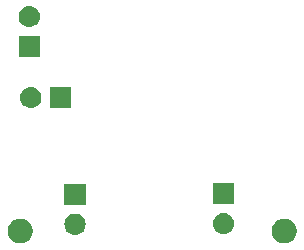
<source format=gbr>
G04 #@! TF.GenerationSoftware,KiCad,Pcbnew,(5.1.4-0-10_14)*
G04 #@! TF.CreationDate,2019-11-02T18:26:44-07:00*
G04 #@! TF.ProjectId,SoftButtonBoardMux555,536f6674-4275-4747-946f-6e426f617264,rev?*
G04 #@! TF.SameCoordinates,Original*
G04 #@! TF.FileFunction,Soldermask,Bot*
G04 #@! TF.FilePolarity,Negative*
%FSLAX46Y46*%
G04 Gerber Fmt 4.6, Leading zero omitted, Abs format (unit mm)*
G04 Created by KiCad (PCBNEW (5.1.4-0-10_14)) date 2019-11-02 18:26:44*
%MOMM*%
%LPD*%
G04 APERTURE LIST*
%ADD10C,0.100000*%
G04 APERTURE END LIST*
D10*
G36*
X102160564Y-62997389D02*
G01*
X102351833Y-63076615D01*
X102351835Y-63076616D01*
X102523973Y-63191635D01*
X102670365Y-63338027D01*
X102736163Y-63436500D01*
X102785385Y-63510167D01*
X102864611Y-63701436D01*
X102905000Y-63904484D01*
X102905000Y-64111516D01*
X102864611Y-64314564D01*
X102785385Y-64505833D01*
X102785384Y-64505835D01*
X102670365Y-64677973D01*
X102523973Y-64824365D01*
X102351835Y-64939384D01*
X102351834Y-64939385D01*
X102351833Y-64939385D01*
X102160564Y-65018611D01*
X101957516Y-65059000D01*
X101750484Y-65059000D01*
X101547436Y-65018611D01*
X101356167Y-64939385D01*
X101356166Y-64939385D01*
X101356165Y-64939384D01*
X101184027Y-64824365D01*
X101037635Y-64677973D01*
X100922616Y-64505835D01*
X100922615Y-64505833D01*
X100843389Y-64314564D01*
X100803000Y-64111516D01*
X100803000Y-63904484D01*
X100843389Y-63701436D01*
X100922615Y-63510167D01*
X100971838Y-63436500D01*
X101037635Y-63338027D01*
X101184027Y-63191635D01*
X101356165Y-63076616D01*
X101356167Y-63076615D01*
X101547436Y-62997389D01*
X101750484Y-62957000D01*
X101957516Y-62957000D01*
X102160564Y-62997389D01*
X102160564Y-62997389D01*
G37*
G36*
X79808564Y-62997389D02*
G01*
X79999833Y-63076615D01*
X79999835Y-63076616D01*
X80171973Y-63191635D01*
X80318365Y-63338027D01*
X80384163Y-63436500D01*
X80433385Y-63510167D01*
X80512611Y-63701436D01*
X80553000Y-63904484D01*
X80553000Y-64111516D01*
X80512611Y-64314564D01*
X80433385Y-64505833D01*
X80433384Y-64505835D01*
X80318365Y-64677973D01*
X80171973Y-64824365D01*
X79999835Y-64939384D01*
X79999834Y-64939385D01*
X79999833Y-64939385D01*
X79808564Y-65018611D01*
X79605516Y-65059000D01*
X79398484Y-65059000D01*
X79195436Y-65018611D01*
X79004167Y-64939385D01*
X79004166Y-64939385D01*
X79004165Y-64939384D01*
X78832027Y-64824365D01*
X78685635Y-64677973D01*
X78570616Y-64505835D01*
X78570615Y-64505833D01*
X78491389Y-64314564D01*
X78451000Y-64111516D01*
X78451000Y-63904484D01*
X78491389Y-63701436D01*
X78570615Y-63510167D01*
X78619838Y-63436500D01*
X78685635Y-63338027D01*
X78832027Y-63191635D01*
X79004165Y-63076616D01*
X79004167Y-63076615D01*
X79195436Y-62997389D01*
X79398484Y-62957000D01*
X79605516Y-62957000D01*
X79808564Y-62997389D01*
X79808564Y-62997389D01*
G37*
G36*
X84247943Y-62542019D02*
G01*
X84314127Y-62548537D01*
X84483966Y-62600057D01*
X84640491Y-62683722D01*
X84676229Y-62713052D01*
X84777686Y-62796314D01*
X84860948Y-62897771D01*
X84890278Y-62933509D01*
X84973943Y-63090034D01*
X85025463Y-63259873D01*
X85042859Y-63436500D01*
X85025463Y-63613127D01*
X84973943Y-63782966D01*
X84890278Y-63939491D01*
X84860948Y-63975229D01*
X84777686Y-64076686D01*
X84676229Y-64159948D01*
X84640491Y-64189278D01*
X84483966Y-64272943D01*
X84314127Y-64324463D01*
X84247942Y-64330982D01*
X84181760Y-64337500D01*
X84093240Y-64337500D01*
X84027058Y-64330982D01*
X83960873Y-64324463D01*
X83791034Y-64272943D01*
X83634509Y-64189278D01*
X83598771Y-64159948D01*
X83497314Y-64076686D01*
X83414052Y-63975229D01*
X83384722Y-63939491D01*
X83301057Y-63782966D01*
X83249537Y-63613127D01*
X83232141Y-63436500D01*
X83249537Y-63259873D01*
X83301057Y-63090034D01*
X83384722Y-62933509D01*
X83414052Y-62897771D01*
X83497314Y-62796314D01*
X83598771Y-62713052D01*
X83634509Y-62683722D01*
X83791034Y-62600057D01*
X83960873Y-62548537D01*
X84027057Y-62542019D01*
X84093240Y-62535500D01*
X84181760Y-62535500D01*
X84247943Y-62542019D01*
X84247943Y-62542019D01*
G37*
G36*
X96820943Y-62478519D02*
G01*
X96887127Y-62485037D01*
X97056966Y-62536557D01*
X97213491Y-62620222D01*
X97249229Y-62649552D01*
X97350686Y-62732814D01*
X97433948Y-62834271D01*
X97463278Y-62870009D01*
X97546943Y-63026534D01*
X97598463Y-63196373D01*
X97615859Y-63373000D01*
X97598463Y-63549627D01*
X97546943Y-63719466D01*
X97463278Y-63875991D01*
X97433948Y-63911729D01*
X97350686Y-64013186D01*
X97249229Y-64096448D01*
X97213491Y-64125778D01*
X97056966Y-64209443D01*
X96887127Y-64260963D01*
X96820943Y-64267481D01*
X96754760Y-64274000D01*
X96666240Y-64274000D01*
X96600057Y-64267481D01*
X96533873Y-64260963D01*
X96364034Y-64209443D01*
X96207509Y-64125778D01*
X96171771Y-64096448D01*
X96070314Y-64013186D01*
X95987052Y-63911729D01*
X95957722Y-63875991D01*
X95874057Y-63719466D01*
X95822537Y-63549627D01*
X95805141Y-63373000D01*
X95822537Y-63196373D01*
X95874057Y-63026534D01*
X95957722Y-62870009D01*
X95987052Y-62834271D01*
X96070314Y-62732814D01*
X96171771Y-62649552D01*
X96207509Y-62620222D01*
X96364034Y-62536557D01*
X96533873Y-62485037D01*
X96600057Y-62478519D01*
X96666240Y-62472000D01*
X96754760Y-62472000D01*
X96820943Y-62478519D01*
X96820943Y-62478519D01*
G37*
G36*
X85038500Y-61797500D02*
G01*
X83236500Y-61797500D01*
X83236500Y-59995500D01*
X85038500Y-59995500D01*
X85038500Y-61797500D01*
X85038500Y-61797500D01*
G37*
G36*
X97611500Y-61734000D02*
G01*
X95809500Y-61734000D01*
X95809500Y-59932000D01*
X97611500Y-59932000D01*
X97611500Y-61734000D01*
X97611500Y-61734000D01*
G37*
G36*
X83832000Y-53606000D02*
G01*
X82030000Y-53606000D01*
X82030000Y-51804000D01*
X83832000Y-51804000D01*
X83832000Y-53606000D01*
X83832000Y-53606000D01*
G37*
G36*
X80501442Y-51810518D02*
G01*
X80567627Y-51817037D01*
X80737466Y-51868557D01*
X80893991Y-51952222D01*
X80929729Y-51981552D01*
X81031186Y-52064814D01*
X81114448Y-52166271D01*
X81143778Y-52202009D01*
X81227443Y-52358534D01*
X81278963Y-52528373D01*
X81296359Y-52705000D01*
X81278963Y-52881627D01*
X81227443Y-53051466D01*
X81143778Y-53207991D01*
X81114448Y-53243729D01*
X81031186Y-53345186D01*
X80929729Y-53428448D01*
X80893991Y-53457778D01*
X80737466Y-53541443D01*
X80567627Y-53592963D01*
X80501442Y-53599482D01*
X80435260Y-53606000D01*
X80346740Y-53606000D01*
X80280558Y-53599482D01*
X80214373Y-53592963D01*
X80044534Y-53541443D01*
X79888009Y-53457778D01*
X79852271Y-53428448D01*
X79750814Y-53345186D01*
X79667552Y-53243729D01*
X79638222Y-53207991D01*
X79554557Y-53051466D01*
X79503037Y-52881627D01*
X79485641Y-52705000D01*
X79503037Y-52528373D01*
X79554557Y-52358534D01*
X79638222Y-52202009D01*
X79667552Y-52166271D01*
X79750814Y-52064814D01*
X79852271Y-51981552D01*
X79888009Y-51952222D01*
X80044534Y-51868557D01*
X80214373Y-51817037D01*
X80280558Y-51810518D01*
X80346740Y-51804000D01*
X80435260Y-51804000D01*
X80501442Y-51810518D01*
X80501442Y-51810518D01*
G37*
G36*
X81165000Y-49288000D02*
G01*
X79363000Y-49288000D01*
X79363000Y-47486000D01*
X81165000Y-47486000D01*
X81165000Y-49288000D01*
X81165000Y-49288000D01*
G37*
G36*
X80374442Y-44952518D02*
G01*
X80440627Y-44959037D01*
X80610466Y-45010557D01*
X80766991Y-45094222D01*
X80802729Y-45123552D01*
X80904186Y-45206814D01*
X80987448Y-45308271D01*
X81016778Y-45344009D01*
X81100443Y-45500534D01*
X81151963Y-45670373D01*
X81169359Y-45847000D01*
X81151963Y-46023627D01*
X81100443Y-46193466D01*
X81016778Y-46349991D01*
X80987448Y-46385729D01*
X80904186Y-46487186D01*
X80802729Y-46570448D01*
X80766991Y-46599778D01*
X80610466Y-46683443D01*
X80440627Y-46734963D01*
X80374443Y-46741481D01*
X80308260Y-46748000D01*
X80219740Y-46748000D01*
X80153557Y-46741481D01*
X80087373Y-46734963D01*
X79917534Y-46683443D01*
X79761009Y-46599778D01*
X79725271Y-46570448D01*
X79623814Y-46487186D01*
X79540552Y-46385729D01*
X79511222Y-46349991D01*
X79427557Y-46193466D01*
X79376037Y-46023627D01*
X79358641Y-45847000D01*
X79376037Y-45670373D01*
X79427557Y-45500534D01*
X79511222Y-45344009D01*
X79540552Y-45308271D01*
X79623814Y-45206814D01*
X79725271Y-45123552D01*
X79761009Y-45094222D01*
X79917534Y-45010557D01*
X80087373Y-44959037D01*
X80153558Y-44952518D01*
X80219740Y-44946000D01*
X80308260Y-44946000D01*
X80374442Y-44952518D01*
X80374442Y-44952518D01*
G37*
M02*

</source>
